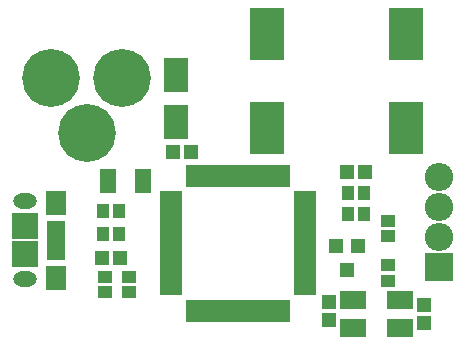
<source format=gbr>
G04 #@! TF.FileFunction,Soldermask,Top*
%FSLAX46Y46*%
G04 Gerber Fmt 4.6, Leading zero omitted, Abs format (unit mm)*
G04 Created by KiCad (PCBNEW 4.0.4-stable) date 03/14/17 06:36:14*
%MOMM*%
%LPD*%
G01*
G04 APERTURE LIST*
%ADD10C,0.100000*%
%ADD11R,2.200000X1.600000*%
%ADD12R,1.200000X1.150000*%
%ADD13R,1.150000X1.200000*%
%ADD14R,2.900000X4.400000*%
%ADD15R,1.602740X0.652780*%
%ADD16O,1.997660X1.299160*%
%ADD17R,1.799540X1.997660*%
%ADD18R,2.299920X2.299920*%
%ADD19O,1.200006X0.500006*%
%ADD20C,4.900000*%
%ADD21R,1.197560X1.197560*%
%ADD22O,2.398980X2.398980*%
%ADD23R,2.398980X2.398980*%
%ADD24R,1.400000X2.000000*%
%ADD25R,1.197560X1.299160*%
%ADD26R,2.099260X2.899360*%
%ADD27R,1.900000X0.950000*%
%ADD28R,0.950000X1.900000*%
%ADD29R,1.100000X1.300000*%
%ADD30R,1.300000X1.100000*%
G04 APERTURE END LIST*
D10*
D11*
X57500000Y-46550000D03*
X53500000Y-46550000D03*
X53500000Y-48950000D03*
X57500000Y-48950000D03*
D12*
X38250000Y-34000000D03*
X39750000Y-34000000D03*
D13*
X51500000Y-48250000D03*
X51500000Y-46750000D03*
D14*
X58000000Y-32000000D03*
X58000000Y-24000000D03*
D13*
X59500000Y-48500000D03*
X59500000Y-47000000D03*
D12*
X33750000Y-43000000D03*
X32250000Y-43000000D03*
D14*
X46250000Y-32000000D03*
X46250000Y-24000000D03*
D15*
X28370000Y-40202060D03*
X28370000Y-40852300D03*
X28370000Y-41500000D03*
X28370000Y-42147700D03*
X28370000Y-42797940D03*
D16*
X25700460Y-38200540D03*
X25700460Y-44799460D03*
D17*
X28370000Y-38302140D03*
X28370000Y-44697860D03*
D18*
X25695380Y-40301120D03*
X25695380Y-42698880D03*
D19*
X25700000Y-38200000D03*
X25700000Y-44800000D03*
D20*
X33950140Y-27750000D03*
X27950660Y-27750000D03*
X30950400Y-32449000D03*
D21*
X54499300Y-35750000D03*
X53000700Y-35750000D03*
D22*
X60750000Y-36130000D03*
D23*
X60750000Y-43750000D03*
D22*
X60750000Y-41210000D03*
X60750000Y-38670000D03*
D24*
X35750000Y-36500000D03*
X32750000Y-36500000D03*
D25*
X53949960Y-42001780D03*
X52050040Y-42001780D03*
X53000000Y-43998220D03*
D26*
X38500000Y-31498980D03*
X38500000Y-27501020D03*
D27*
X38050000Y-37750000D03*
X38050000Y-38550000D03*
X38050000Y-39350000D03*
X38050000Y-40150000D03*
X38050000Y-40950000D03*
X38050000Y-41750000D03*
X38050000Y-42550000D03*
X38050000Y-43350000D03*
X38050000Y-44150000D03*
X38050000Y-44950000D03*
X38050000Y-45750000D03*
D28*
X39750000Y-47450000D03*
X40550000Y-47450000D03*
X41350000Y-47450000D03*
X42150000Y-47450000D03*
X42950000Y-47450000D03*
X43750000Y-47450000D03*
X44550000Y-47450000D03*
X45350000Y-47450000D03*
X46150000Y-47450000D03*
X46950000Y-47450000D03*
X47750000Y-47450000D03*
D27*
X49450000Y-45750000D03*
X49450000Y-44950000D03*
X49450000Y-44150000D03*
X49450000Y-43350000D03*
X49450000Y-42550000D03*
X49450000Y-41750000D03*
X49450000Y-40950000D03*
X49450000Y-40150000D03*
X49450000Y-39350000D03*
X49450000Y-38550000D03*
X49450000Y-37750000D03*
D28*
X47750000Y-36050000D03*
X46950000Y-36050000D03*
X46150000Y-36050000D03*
X45350000Y-36050000D03*
X44550000Y-36050000D03*
X43750000Y-36050000D03*
X42950000Y-36050000D03*
X42150000Y-36050000D03*
X41350000Y-36050000D03*
X40550000Y-36050000D03*
X39750000Y-36050000D03*
D29*
X54417500Y-39250000D03*
X53082500Y-39250000D03*
D30*
X34500000Y-45917500D03*
X34500000Y-44582500D03*
D29*
X32332500Y-39000000D03*
X33667500Y-39000000D03*
X32332500Y-41000000D03*
X33667500Y-41000000D03*
X54417500Y-37500000D03*
X53082500Y-37500000D03*
D30*
X56500000Y-39832500D03*
X56500000Y-41167500D03*
X56500000Y-43582500D03*
X56500000Y-44917500D03*
X32500000Y-44582500D03*
X32500000Y-45917500D03*
M02*

</source>
